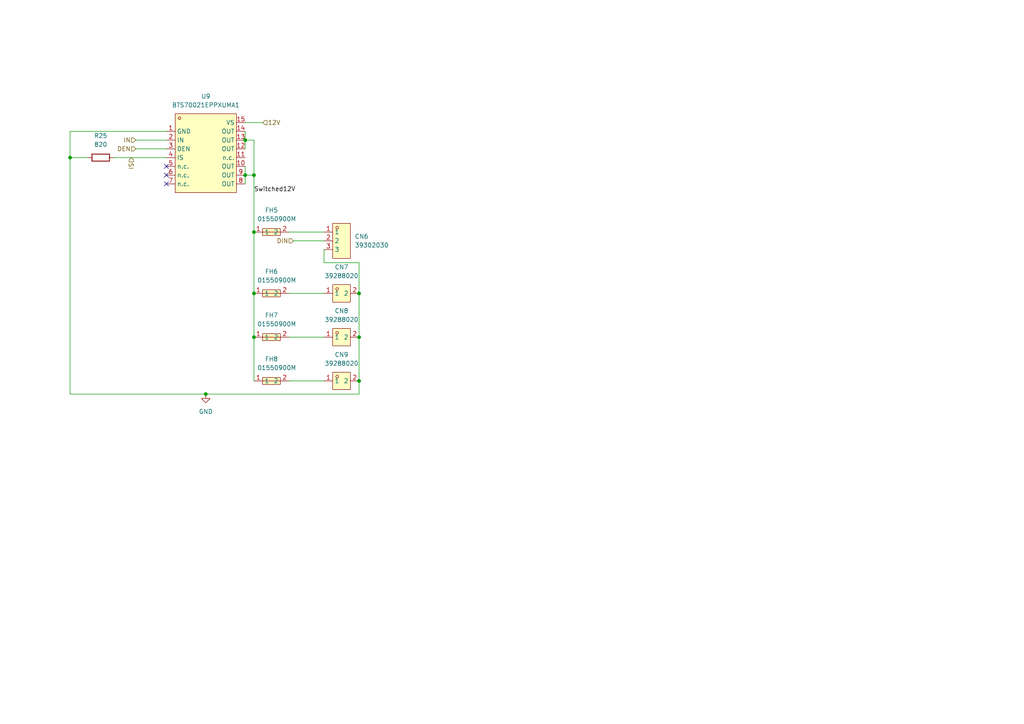
<source format=kicad_sch>
(kicad_sch (version 20250114) (generator "eeschema") (generator_version "9.0")
  (paper "A4")
  (lib_symbols
    (symbol "Device:R" (pin_numbers (hide yes)) (pin_names (offset 0))
      (property "Reference" "R" (at 2.032 0 90))
      (property "Value" "R" (at 0 0 90))
      (symbol "R_0_1"
        (rectangle (start -1.016 -2.54) (end 1.016 2.54) (stroke (width 0.254)))
      )
      (symbol "R_1_1"
        (pin passive line (at 0 3.81 270) (length 1.27) (name "~") (number "1"))
        (pin passive line (at 0 -3.81 90) (length 1.27) (name "~") (number "2"))
      )
    )
    (symbol "easyeda2kicad:01550900M"
      (property "Reference" "FH" (at 0 5.08 0))
      (property "Value" "01550900M" (at 0 -5.08 0))
      (symbol "01550900M_0_1"
        (rectangle (start -2.54 1.02) (end 2.54 -1.02) (fill (type background)))
        (polyline (pts (xy -2.54 0) (xy 2.54 0)))
        (pin unspecified line (at -5.08 0 0) (length 2.54) (name "1") (number "1"))
        (pin unspecified line (at 5.08 0 180) (length 2.54) (name "2") (number "2"))
      )
    )
    (symbol "easyeda2kicad:39288020"
      (property "Reference" "CN" (at 0 5.08 0))
      (property "Value" "39288020" (at 0 -5.08 0))
      (symbol "39288020_0_1"
        (rectangle (start -2.54 2.54) (end 2.54 -2.54) (fill (type background)))
        (circle (center -1.27 1.27) (radius 0.38))
        (pin unspecified line (at -5.08 0 0) (length 2.54) (name "1") (number "1"))
        (pin unspecified line (at 5.08 0 180) (length 2.54) (name "2") (number "2"))
      )
    )
    (symbol "easyeda2kicad:39302030"
      (property "Reference" "CN" (at 0 7.62 0))
      (property "Value" "39302030" (at 0 -7.62 0))
      (symbol "39302030_0_1"
        (rectangle (start -2.54 5.08) (end 2.54 -5.08) (fill (type background)))
        (circle (center -1.27 3.81) (radius 0.38))
        (pin unspecified line (at -5.08 2.54 0) (length 2.54) (name "1") (number "1"))
        (pin unspecified line (at -5.08 0 0) (length 2.54) (name "2") (number "2"))
        (pin unspecified line (at -5.08 -2.54 0) (length 2.54) (name "3") (number "3"))
      )
    )
    (symbol "easyeda2kicad:BTS70021EPPXUMA1"
      (property "Reference" "U" (at 0 13.97 0))
      (property "Value" "BTS70021EPPXUMA1" (at 0 -13.97 0))
      (symbol "BTS70021EPPXUMA1_0_1"
        (rectangle (start -8.89 11.43) (end 8.89 -11.43) (fill (type background)))
        (circle (center -7.62 10.16) (radius 0.38))
        (pin unspecified line (at -11.43 6.35 0) (length 2.54) (name "GND") (number "1"))
        (pin unspecified line (at -11.43 3.81 0) (length 2.54) (name "IN") (number "2"))
        (pin unspecified line (at -11.43 1.27 0) (length 2.54) (name "DEN") (number "3"))
        (pin unspecified line (at -11.43 -1.27 0) (length 2.54) (name "IS") (number "4"))
        (pin unspecified line (at -11.43 -3.81 0) (length 2.54) (name "n.c.") (number "5"))
        (pin unspecified line (at -11.43 -6.35 0) (length 2.54) (name "n.c.") (number "6"))
        (pin unspecified line (at -11.43 -8.89 0) (length 2.54) (name "n.c.") (number "7"))
        (pin unspecified line (at 11.43 8.89 180) (length 2.54) (name "VS") (number "15"))
        (pin unspecified line (at 11.43 6.35 180) (length 2.54) (name "OUT") (number "14"))
        (pin unspecified line (at 11.43 3.81 180) (length 2.54) (name "OUT") (number "13"))
        (pin unspecified line (at 11.43 1.27 180) (length 2.54) (name "OUT") (number "12"))
        (pin unspecified line (at 11.43 -1.27 180) (length 2.54) (name "n.c.") (number "11"))
        (pin unspecified line (at 11.43 -3.81 180) (length 2.54) (name "OUT") (number "10"))
        (pin unspecified line (at 11.43 -6.35 180) (length 2.54) (name "OUT") (number "9"))
        (pin unspecified line (at 11.43 -8.89 180) (length 2.54) (name "OUT") (number "8"))
      )
    )
    (symbol "power:GND" (power) (pin_numbers (hide yes)) (pin_names (offset 0) (hide yes))
      (property "Value" "GND" (at 0 -3.81 0))
      (symbol "GND_0_1"
        (polyline (pts (xy 0 0) (xy 0 -1.27) (xy 1.27 -1.27) (xy 0 -2.54) (xy -1.27 -1.27) (xy 0 -1.27)))
      )
      (symbol "GND_1_1"
        (pin power_in line (at 0 0 270) (length 0) (name "~") (number "1"))
      )
    )
  )
  (junction (at 104.14 97.79))
  (junction (at 104.14 110.49))
  (junction (at 71.12 40.64))
  (junction (at 71.12 50.8))
  (junction (at 104.14 85.09))
  (junction (at 73.66 85.09))
  (junction (at 73.66 50.8))
  (junction (at 59.69 114.3))
  (junction (at 73.66 67.31))
  (junction (at 20.32 45.72))
  (junction (at 73.66 97.79))
  (no_connect (at 48.26 50.8))
  (no_connect (at 48.26 48.26))
  (no_connect (at 48.26 53.34))
  (wire (pts (xy 20.32 114.3) (xy 59.69 114.3)))
  (wire (pts (xy 85.09 69.85) (xy 93.98 69.85)))
  (wire (pts (xy 83.82 110.49) (xy 93.98 110.49)))
  (wire (pts (xy 20.32 45.72) (xy 25.4 45.72)))
  (wire (pts (xy 20.32 38.1) (xy 20.32 45.72)))
  (wire (pts (xy 73.66 50.8) (xy 71.12 50.8)))
  (wire (pts (xy 71.12 50.8) (xy 71.12 53.34)))
  (wire (pts (xy 104.14 110.49) (xy 104.14 114.3)))
  (wire (pts (xy 73.66 85.09) (xy 73.66 97.79)))
  (wire (pts (xy 71.12 40.64) (xy 71.12 43.18)))
  (wire (pts (xy 93.98 72.39) (xy 93.98 76.2)))
  (wire (pts (xy 71.12 40.64) (xy 73.66 40.64)))
  (wire (pts (xy 59.69 114.3) (xy 104.14 114.3)))
  (wire (pts (xy 73.66 50.8) (xy 73.66 67.31)))
  (wire (pts (xy 93.98 76.2) (xy 104.14 76.2)))
  (wire (pts (xy 71.12 48.26) (xy 71.12 50.8)))
  (wire (pts (xy 39.37 40.64) (xy 48.26 40.64)))
  (wire (pts (xy 83.82 97.79) (xy 93.98 97.79)))
  (wire (pts (xy 83.82 67.31) (xy 93.98 67.31)))
  (wire (pts (xy 48.26 38.1) (xy 20.32 38.1)))
  (wire (pts (xy 73.66 67.31) (xy 73.66 85.09)))
  (wire (pts (xy 73.66 97.79) (xy 73.66 110.49)))
  (wire (pts (xy 20.32 45.72) (xy 20.32 114.3)))
  (wire (pts (xy 73.66 40.64) (xy 73.66 50.8)))
  (wire (pts (xy 83.82 85.09) (xy 93.98 85.09)))
  (wire (pts (xy 33.02 45.72) (xy 48.26 45.72)))
  (wire (pts (xy 104.14 76.2) (xy 104.14 85.09)))
  (wire (pts (xy 104.14 97.79) (xy 104.14 110.49)))
  (wire (pts (xy 104.14 85.09) (xy 104.14 97.79)))
  (wire (pts (xy 71.12 35.56) (xy 76.2 35.56)))
  (wire (pts (xy 39.37 43.18) (xy 48.26 43.18)))
  (wire (pts (xy 71.12 38.1) (xy 71.12 40.64)))
  (label "Switched12V" (at 73.66 55.88 0))
  (hierarchical_label "DEN" (shape input) (at 39.37 43.18 180))
  (hierarchical_label "12V" (shape input) (at 76.2 35.56 0))
  (hierarchical_label "DIN" (shape input) (at 85.09 69.85 180))
  (hierarchical_label "IS" (shape input) (at 38.1 45.72 270))
  (hierarchical_label "IN" (shape input) (at 39.37 40.64 180))
  (symbol (lib_id "easyeda2kicad:01550900M") (at 78.74 67.31 0) (unit 1)
    (property "Reference" "FH1" (at 78.74 60.96 0))
    (property "Value" "01550900M" (at 80.264 63.5 0))
    (property "Footprint" "easyeda2kicad:FUSE-SMD_L9.8-W5.0_01550900M" (effects (hide yes)))
    (property "Datasheet" "https://lcsc.com/product-detail/Others_Littelfuse_01550900M_Littelfuse-01550900M_C108518.html" (effects (hide yes)))
    (property "LCSC Part" "C108518" (effects (hide yes)))
    (instances (project "leds" (path "" (reference "FH5") (unit 1)) (path "" (reference "FH13") (unit 1)) (path "" (reference "FH9") (unit 1)) (path "" (reference "FH1") (unit 1))))
  )
  (symbol (lib_id "easyeda2kicad:01550900M") (at 78.74 97.79 0) (unit 1)
    (property "Reference" "FH3" (at 78.74 91.44 0))
    (property "Value" "01550900M" (at 80.264 93.98 0))
    (property "Footprint" "easyeda2kicad:FUSE-SMD_L9.8-W5.0_01550900M" (effects (hide yes)))
    (property "Datasheet" "https://lcsc.com/product-detail/Others_Littelfuse_01550900M_Littelfuse-01550900M_C108518.html" (effects (hide yes)))
    (property "LCSC Part" "C108518" (effects (hide yes)))
    (instances (project "leds" (path "" (reference "FH7") (unit 1)) (path "" (reference "FH15") (unit 1)) (path "" (reference "FH11") (unit 1)) (path "" (reference "FH3") (unit 1))))
  )
  (symbol (lib_id "Device:R") (at 29.21 45.72 270) (unit 1)
    (property "Reference" "R24" (at 29.21 39.37 90))
    (property "Value" "820" (at 29.21 41.91 90))
    (property "Footprint" "Resistor_SMD:R_0603_1608Metric" (effects (hide yes)))
    (property "Description" "Resistor" (effects (hide yes)))
    (instances (project "leds" (path "" (reference "R25") (unit 1)) (path "" (reference "R27") (unit 1)) (path "" (reference "R26") (unit 1)) (path "" (reference "R24") (unit 1))))
  )
  (symbol (lib_id "easyeda2kicad:BTS70021EPPXUMA1") (at 59.69 44.45 0) (unit 1)
    (property "Reference" "U8" (at 59.69 27.94 0))
    (property "Value" "BTS70021EPPXUMA1" (at 59.69 30.48 0))
    (property "Footprint" "easyeda2kicad:PG-TSDSO-14_L4.9-W3.9-P0.65-LS6.0-BL-EP" (effects (hide yes)))
    (property "LCSC Part" "C2680407" (effects (hide yes)))
    (instances (project "leds" (path "" (reference "U9") (unit 1)) (path "" (reference "U11") (unit 1)) (path "" (reference "U10") (unit 1)) (path "" (reference "U8") (unit 1))))
  )
  (symbol (lib_id "easyeda2kicad:39288020") (at 99.06 97.79 0) (unit 1)
    (property "Reference" "CN4" (at 99.06 90.17 0))
    (property "Value" "39288020" (at 99.06 92.71 0))
    (property "Footprint" "easyeda2kicad:CONN-TH_39288020" (effects (hide yes)))
    (property "Datasheet" "https://lcsc.com/product-detail/New-Arrivals_MOLEX-39288020_C490534.html" (effects (hide yes)))
    (property "LCSC Part" "C490534" (effects (hide yes)))
    (instances (project "leds" (path "" (reference "CN8") (unit 1)) (path "" (reference "CN16") (unit 1)) (path "" (reference "CN12") (unit 1)) (path "" (reference "CN4") (unit 1))))
  )
  (symbol (lib_id "easyeda2kicad:01550900M") (at 78.74 110.49 0) (unit 1)
    (property "Reference" "FH4" (at 78.74 104.14 0))
    (property "Value" "01550900M" (at 80.264 106.68 0))
    (property "Footprint" "easyeda2kicad:FUSE-SMD_L9.8-W5.0_01550900M" (effects (hide yes)))
    (property "Datasheet" "https://lcsc.com/product-detail/Others_Littelfuse_01550900M_Littelfuse-01550900M_C108518.html" (effects (hide yes)))
    (property "LCSC Part" "C108518" (effects (hide yes)))
    (instances (project "leds" (path "" (reference "FH8") (unit 1)) (path "" (reference "FH16") (unit 1)) (path "" (reference "FH12") (unit 1)) (path "" (reference "FH4") (unit 1))))
  )
  (symbol (lib_id "power:GND") (at 59.69 114.3 0) (unit 1)
    (property "Reference" "#PWR030" (effects (hide yes)))
    (property "Value" "GND" (at 59.69 119.38 0))
    (property "Description" "Power symbol creates a global label with name \"GND\" , ground" (effects (hide yes)))
    (instances (project "leds" (path "" (reference "#PWR031") (unit 1)) (path "" (reference "#PWR033") (unit 1)) (path "" (reference "#PWR032") (unit 1)) (path "" (reference "#PWR030") (unit 1))))
  )
  (symbol (lib_id "easyeda2kicad:01550900M") (at 78.74 85.09 0) (unit 1)
    (property "Reference" "FH2" (at 78.74 78.74 0))
    (property "Value" "01550900M" (at 80.264 81.28 0))
    (property "Footprint" "easyeda2kicad:FUSE-SMD_L9.8-W5.0_01550900M" (effects (hide yes)))
    (property "Datasheet" "https://lcsc.com/product-detail/Others_Littelfuse_01550900M_Littelfuse-01550900M_C108518.html" (effects (hide yes)))
    (property "LCSC Part" "C108518" (effects (hide yes)))
    (instances (project "leds" (path "" (reference "FH6") (unit 1)) (path "" (reference "FH14") (unit 1)) (path "" (reference "FH10") (unit 1)) (path "" (reference "FH2") (unit 1))))
  )
  (symbol (lib_id "easyeda2kicad:39288020") (at 99.06 85.09 0) (unit 1)
    (property "Reference" "CN3" (at 99.06 77.47 0))
    (property "Value" "39288020" (at 99.06 80.01 0))
    (property "Footprint" "easyeda2kicad:CONN-TH_39288020" (effects (hide yes)))
    (property "Datasheet" "https://lcsc.com/product-detail/New-Arrivals_MOLEX-39288020_C490534.html" (effects (hide yes)))
    (property "LCSC Part" "C490534" (effects (hide yes)))
    (instances (project "leds" (path "" (reference "CN7") (unit 1)) (path "" (reference "CN15") (unit 1)) (path "" (reference "CN11") (unit 1)) (path "" (reference "CN3") (unit 1))))
  )
  (symbol (lib_id "easyeda2kicad:39288020") (at 99.06 110.49 0) (unit 1)
    (property "Reference" "CN5" (at 99.06 102.87 0))
    (property "Value" "39288020" (at 99.06 105.41 0))
    (property "Footprint" "easyeda2kicad:CONN-TH_39288020" (effects (hide yes)))
    (property "Datasheet" "https://lcsc.com/product-detail/New-Arrivals_MOLEX-39288020_C490534.html" (effects (hide yes)))
    (property "LCSC Part" "C490534" (effects (hide yes)))
    (instances (project "leds" (path "" (reference "CN9") (unit 1)) (path "" (reference "CN17") (unit 1)) (path "" (reference "CN13") (unit 1)) (path "" (reference "CN5") (unit 1))))
  )
  (symbol (lib_id "easyeda2kicad:39302030") (at 99.06 69.85 0) (unit 1)
    (property "Reference" "CN2" (at 102.87 68.5799 0) (effects (justify left)))
    (property "Value" "39302030" (at 102.87 71.1199 0) (effects (justify left)))
    (property "Footprint" "easyeda2kicad:CONN-TH_3P-P4.20_39302030" (effects (hide yes)))
    (property "LCSC Part" "C589033" (effects (hide yes)))
    (instances (project "leds" (path "" (reference "CN6") (unit 1)) (path "" (reference "CN14") (unit 1)) (path "" (reference "CN10") (unit 1)) (path "" (reference "CN2") (unit 1))))
  )
)
</source>
